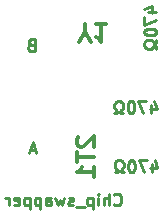
<source format=gbr>
%TF.GenerationSoftware,KiCad,Pcbnew,8.0.4*%
%TF.CreationDate,2024-08-25T11:53:40+01:00*%
%TF.ProjectId,ds_lite_tv_out_chip_swap,64735f6c-6974-4655-9f74-765f6f75745f,rev?*%
%TF.SameCoordinates,Original*%
%TF.FileFunction,Legend,Bot*%
%TF.FilePolarity,Positive*%
%FSLAX46Y46*%
G04 Gerber Fmt 4.6, Leading zero omitted, Abs format (unit mm)*
G04 Created by KiCad (PCBNEW 8.0.4) date 2024-08-25 11:53:40*
%MOMM*%
%LPD*%
G01*
G04 APERTURE LIST*
%ADD10C,0.250000*%
%ADD11C,0.300000*%
G04 APERTURE END LIST*
D10*
X159166003Y-88639380D02*
X159213622Y-88687000D01*
X159213622Y-88687000D02*
X159356479Y-88734619D01*
X159356479Y-88734619D02*
X159451717Y-88734619D01*
X159451717Y-88734619D02*
X159594574Y-88687000D01*
X159594574Y-88687000D02*
X159689812Y-88591761D01*
X159689812Y-88591761D02*
X159737431Y-88496523D01*
X159737431Y-88496523D02*
X159785050Y-88306047D01*
X159785050Y-88306047D02*
X159785050Y-88163190D01*
X159785050Y-88163190D02*
X159737431Y-87972714D01*
X159737431Y-87972714D02*
X159689812Y-87877476D01*
X159689812Y-87877476D02*
X159594574Y-87782238D01*
X159594574Y-87782238D02*
X159451717Y-87734619D01*
X159451717Y-87734619D02*
X159356479Y-87734619D01*
X159356479Y-87734619D02*
X159213622Y-87782238D01*
X159213622Y-87782238D02*
X159166003Y-87829857D01*
X158737431Y-88734619D02*
X158737431Y-87734619D01*
X158308860Y-88734619D02*
X158308860Y-88210809D01*
X158308860Y-88210809D02*
X158356479Y-88115571D01*
X158356479Y-88115571D02*
X158451717Y-88067952D01*
X158451717Y-88067952D02*
X158594574Y-88067952D01*
X158594574Y-88067952D02*
X158689812Y-88115571D01*
X158689812Y-88115571D02*
X158737431Y-88163190D01*
X157832669Y-88734619D02*
X157832669Y-88067952D01*
X157832669Y-87734619D02*
X157880288Y-87782238D01*
X157880288Y-87782238D02*
X157832669Y-87829857D01*
X157832669Y-87829857D02*
X157785050Y-87782238D01*
X157785050Y-87782238D02*
X157832669Y-87734619D01*
X157832669Y-87734619D02*
X157832669Y-87829857D01*
X157356479Y-88067952D02*
X157356479Y-89067952D01*
X157356479Y-88115571D02*
X157261241Y-88067952D01*
X157261241Y-88067952D02*
X157070765Y-88067952D01*
X157070765Y-88067952D02*
X156975527Y-88115571D01*
X156975527Y-88115571D02*
X156927908Y-88163190D01*
X156927908Y-88163190D02*
X156880289Y-88258428D01*
X156880289Y-88258428D02*
X156880289Y-88544142D01*
X156880289Y-88544142D02*
X156927908Y-88639380D01*
X156927908Y-88639380D02*
X156975527Y-88687000D01*
X156975527Y-88687000D02*
X157070765Y-88734619D01*
X157070765Y-88734619D02*
X157261241Y-88734619D01*
X157261241Y-88734619D02*
X157356479Y-88687000D01*
X156689813Y-88829857D02*
X155927908Y-88829857D01*
X155737431Y-88687000D02*
X155642193Y-88734619D01*
X155642193Y-88734619D02*
X155451717Y-88734619D01*
X155451717Y-88734619D02*
X155356479Y-88687000D01*
X155356479Y-88687000D02*
X155308860Y-88591761D01*
X155308860Y-88591761D02*
X155308860Y-88544142D01*
X155308860Y-88544142D02*
X155356479Y-88448904D01*
X155356479Y-88448904D02*
X155451717Y-88401285D01*
X155451717Y-88401285D02*
X155594574Y-88401285D01*
X155594574Y-88401285D02*
X155689812Y-88353666D01*
X155689812Y-88353666D02*
X155737431Y-88258428D01*
X155737431Y-88258428D02*
X155737431Y-88210809D01*
X155737431Y-88210809D02*
X155689812Y-88115571D01*
X155689812Y-88115571D02*
X155594574Y-88067952D01*
X155594574Y-88067952D02*
X155451717Y-88067952D01*
X155451717Y-88067952D02*
X155356479Y-88115571D01*
X154975526Y-88067952D02*
X154785050Y-88734619D01*
X154785050Y-88734619D02*
X154594574Y-88258428D01*
X154594574Y-88258428D02*
X154404098Y-88734619D01*
X154404098Y-88734619D02*
X154213622Y-88067952D01*
X153404098Y-88734619D02*
X153404098Y-88210809D01*
X153404098Y-88210809D02*
X153451717Y-88115571D01*
X153451717Y-88115571D02*
X153546955Y-88067952D01*
X153546955Y-88067952D02*
X153737431Y-88067952D01*
X153737431Y-88067952D02*
X153832669Y-88115571D01*
X153404098Y-88687000D02*
X153499336Y-88734619D01*
X153499336Y-88734619D02*
X153737431Y-88734619D01*
X153737431Y-88734619D02*
X153832669Y-88687000D01*
X153832669Y-88687000D02*
X153880288Y-88591761D01*
X153880288Y-88591761D02*
X153880288Y-88496523D01*
X153880288Y-88496523D02*
X153832669Y-88401285D01*
X153832669Y-88401285D02*
X153737431Y-88353666D01*
X153737431Y-88353666D02*
X153499336Y-88353666D01*
X153499336Y-88353666D02*
X153404098Y-88306047D01*
X152927907Y-88067952D02*
X152927907Y-89067952D01*
X152927907Y-88115571D02*
X152832669Y-88067952D01*
X152832669Y-88067952D02*
X152642193Y-88067952D01*
X152642193Y-88067952D02*
X152546955Y-88115571D01*
X152546955Y-88115571D02*
X152499336Y-88163190D01*
X152499336Y-88163190D02*
X152451717Y-88258428D01*
X152451717Y-88258428D02*
X152451717Y-88544142D01*
X152451717Y-88544142D02*
X152499336Y-88639380D01*
X152499336Y-88639380D02*
X152546955Y-88687000D01*
X152546955Y-88687000D02*
X152642193Y-88734619D01*
X152642193Y-88734619D02*
X152832669Y-88734619D01*
X152832669Y-88734619D02*
X152927907Y-88687000D01*
X152023145Y-88067952D02*
X152023145Y-89067952D01*
X152023145Y-88115571D02*
X151927907Y-88067952D01*
X151927907Y-88067952D02*
X151737431Y-88067952D01*
X151737431Y-88067952D02*
X151642193Y-88115571D01*
X151642193Y-88115571D02*
X151594574Y-88163190D01*
X151594574Y-88163190D02*
X151546955Y-88258428D01*
X151546955Y-88258428D02*
X151546955Y-88544142D01*
X151546955Y-88544142D02*
X151594574Y-88639380D01*
X151594574Y-88639380D02*
X151642193Y-88687000D01*
X151642193Y-88687000D02*
X151737431Y-88734619D01*
X151737431Y-88734619D02*
X151927907Y-88734619D01*
X151927907Y-88734619D02*
X152023145Y-88687000D01*
X150737431Y-88687000D02*
X150832669Y-88734619D01*
X150832669Y-88734619D02*
X151023145Y-88734619D01*
X151023145Y-88734619D02*
X151118383Y-88687000D01*
X151118383Y-88687000D02*
X151166002Y-88591761D01*
X151166002Y-88591761D02*
X151166002Y-88210809D01*
X151166002Y-88210809D02*
X151118383Y-88115571D01*
X151118383Y-88115571D02*
X151023145Y-88067952D01*
X151023145Y-88067952D02*
X150832669Y-88067952D01*
X150832669Y-88067952D02*
X150737431Y-88115571D01*
X150737431Y-88115571D02*
X150689812Y-88210809D01*
X150689812Y-88210809D02*
X150689812Y-88306047D01*
X150689812Y-88306047D02*
X151166002Y-88401285D01*
X150261240Y-88734619D02*
X150261240Y-88067952D01*
X150261240Y-88258428D02*
X150213621Y-88163190D01*
X150213621Y-88163190D02*
X150166002Y-88115571D01*
X150166002Y-88115571D02*
X150070764Y-88067952D01*
X150070764Y-88067952D02*
X149975526Y-88067952D01*
X152134098Y-75130809D02*
X151991241Y-75178428D01*
X151991241Y-75178428D02*
X151943622Y-75226047D01*
X151943622Y-75226047D02*
X151896003Y-75321285D01*
X151896003Y-75321285D02*
X151896003Y-75464142D01*
X151896003Y-75464142D02*
X151943622Y-75559380D01*
X151943622Y-75559380D02*
X151991241Y-75607000D01*
X151991241Y-75607000D02*
X152086479Y-75654619D01*
X152086479Y-75654619D02*
X152467431Y-75654619D01*
X152467431Y-75654619D02*
X152467431Y-74654619D01*
X152467431Y-74654619D02*
X152134098Y-74654619D01*
X152134098Y-74654619D02*
X152038860Y-74702238D01*
X152038860Y-74702238D02*
X151991241Y-74749857D01*
X151991241Y-74749857D02*
X151943622Y-74845095D01*
X151943622Y-74845095D02*
X151943622Y-74940333D01*
X151943622Y-74940333D02*
X151991241Y-75035571D01*
X151991241Y-75035571D02*
X152038860Y-75083190D01*
X152038860Y-75083190D02*
X152134098Y-75130809D01*
X152134098Y-75130809D02*
X152467431Y-75130809D01*
X152515050Y-84038904D02*
X152038860Y-84038904D01*
X152610288Y-84324619D02*
X152276955Y-83324619D01*
X152276955Y-83324619D02*
X151943622Y-84324619D01*
X162087952Y-72341139D02*
X162754619Y-72341139D01*
X161707000Y-72103044D02*
X162421285Y-71864949D01*
X162421285Y-71864949D02*
X162421285Y-72483996D01*
X161754619Y-72769711D02*
X161754619Y-73436377D01*
X161754619Y-73436377D02*
X162754619Y-73007806D01*
X161754619Y-74007806D02*
X161754619Y-74103044D01*
X161754619Y-74103044D02*
X161802238Y-74198282D01*
X161802238Y-74198282D02*
X161849857Y-74245901D01*
X161849857Y-74245901D02*
X161945095Y-74293520D01*
X161945095Y-74293520D02*
X162135571Y-74341139D01*
X162135571Y-74341139D02*
X162373666Y-74341139D01*
X162373666Y-74341139D02*
X162564142Y-74293520D01*
X162564142Y-74293520D02*
X162659380Y-74245901D01*
X162659380Y-74245901D02*
X162707000Y-74198282D01*
X162707000Y-74198282D02*
X162754619Y-74103044D01*
X162754619Y-74103044D02*
X162754619Y-74007806D01*
X162754619Y-74007806D02*
X162707000Y-73912568D01*
X162707000Y-73912568D02*
X162659380Y-73864949D01*
X162659380Y-73864949D02*
X162564142Y-73817330D01*
X162564142Y-73817330D02*
X162373666Y-73769711D01*
X162373666Y-73769711D02*
X162135571Y-73769711D01*
X162135571Y-73769711D02*
X161945095Y-73817330D01*
X161945095Y-73817330D02*
X161849857Y-73864949D01*
X161849857Y-73864949D02*
X161802238Y-73912568D01*
X161802238Y-73912568D02*
X161754619Y-74007806D01*
X162754619Y-74722092D02*
X162754619Y-74960187D01*
X162754619Y-74960187D02*
X162564142Y-74960187D01*
X162564142Y-74960187D02*
X162516523Y-74864949D01*
X162516523Y-74864949D02*
X162421285Y-74769711D01*
X162421285Y-74769711D02*
X162278428Y-74722092D01*
X162278428Y-74722092D02*
X162040333Y-74722092D01*
X162040333Y-74722092D02*
X161897476Y-74769711D01*
X161897476Y-74769711D02*
X161802238Y-74864949D01*
X161802238Y-74864949D02*
X161754619Y-75007806D01*
X161754619Y-75007806D02*
X161754619Y-75198282D01*
X161754619Y-75198282D02*
X161802238Y-75341139D01*
X161802238Y-75341139D02*
X161897476Y-75436377D01*
X161897476Y-75436377D02*
X162040333Y-75483996D01*
X162040333Y-75483996D02*
X162278428Y-75483996D01*
X162278428Y-75483996D02*
X162421285Y-75436377D01*
X162421285Y-75436377D02*
X162516523Y-75341139D01*
X162516523Y-75341139D02*
X162564142Y-75245901D01*
X162564142Y-75245901D02*
X162754619Y-75245901D01*
X162754619Y-75245901D02*
X162754619Y-75483996D01*
X162328860Y-80237952D02*
X162328860Y-80904619D01*
X162566955Y-79857000D02*
X162805050Y-80571285D01*
X162805050Y-80571285D02*
X162186003Y-80571285D01*
X161900288Y-79904619D02*
X161233622Y-79904619D01*
X161233622Y-79904619D02*
X161662193Y-80904619D01*
X160662193Y-79904619D02*
X160566955Y-79904619D01*
X160566955Y-79904619D02*
X160471717Y-79952238D01*
X160471717Y-79952238D02*
X160424098Y-79999857D01*
X160424098Y-79999857D02*
X160376479Y-80095095D01*
X160376479Y-80095095D02*
X160328860Y-80285571D01*
X160328860Y-80285571D02*
X160328860Y-80523666D01*
X160328860Y-80523666D02*
X160376479Y-80714142D01*
X160376479Y-80714142D02*
X160424098Y-80809380D01*
X160424098Y-80809380D02*
X160471717Y-80857000D01*
X160471717Y-80857000D02*
X160566955Y-80904619D01*
X160566955Y-80904619D02*
X160662193Y-80904619D01*
X160662193Y-80904619D02*
X160757431Y-80857000D01*
X160757431Y-80857000D02*
X160805050Y-80809380D01*
X160805050Y-80809380D02*
X160852669Y-80714142D01*
X160852669Y-80714142D02*
X160900288Y-80523666D01*
X160900288Y-80523666D02*
X160900288Y-80285571D01*
X160900288Y-80285571D02*
X160852669Y-80095095D01*
X160852669Y-80095095D02*
X160805050Y-79999857D01*
X160805050Y-79999857D02*
X160757431Y-79952238D01*
X160757431Y-79952238D02*
X160662193Y-79904619D01*
X159947907Y-80904619D02*
X159709812Y-80904619D01*
X159709812Y-80904619D02*
X159709812Y-80714142D01*
X159709812Y-80714142D02*
X159805050Y-80666523D01*
X159805050Y-80666523D02*
X159900288Y-80571285D01*
X159900288Y-80571285D02*
X159947907Y-80428428D01*
X159947907Y-80428428D02*
X159947907Y-80190333D01*
X159947907Y-80190333D02*
X159900288Y-80047476D01*
X159900288Y-80047476D02*
X159805050Y-79952238D01*
X159805050Y-79952238D02*
X159662193Y-79904619D01*
X159662193Y-79904619D02*
X159471717Y-79904619D01*
X159471717Y-79904619D02*
X159328860Y-79952238D01*
X159328860Y-79952238D02*
X159233622Y-80047476D01*
X159233622Y-80047476D02*
X159186003Y-80190333D01*
X159186003Y-80190333D02*
X159186003Y-80428428D01*
X159186003Y-80428428D02*
X159233622Y-80571285D01*
X159233622Y-80571285D02*
X159328860Y-80666523D01*
X159328860Y-80666523D02*
X159424098Y-80714142D01*
X159424098Y-80714142D02*
X159424098Y-80904619D01*
X159424098Y-80904619D02*
X159186003Y-80904619D01*
X162378860Y-85247952D02*
X162378860Y-85914619D01*
X162616955Y-84867000D02*
X162855050Y-85581285D01*
X162855050Y-85581285D02*
X162236003Y-85581285D01*
X161950288Y-84914619D02*
X161283622Y-84914619D01*
X161283622Y-84914619D02*
X161712193Y-85914619D01*
X160712193Y-84914619D02*
X160616955Y-84914619D01*
X160616955Y-84914619D02*
X160521717Y-84962238D01*
X160521717Y-84962238D02*
X160474098Y-85009857D01*
X160474098Y-85009857D02*
X160426479Y-85105095D01*
X160426479Y-85105095D02*
X160378860Y-85295571D01*
X160378860Y-85295571D02*
X160378860Y-85533666D01*
X160378860Y-85533666D02*
X160426479Y-85724142D01*
X160426479Y-85724142D02*
X160474098Y-85819380D01*
X160474098Y-85819380D02*
X160521717Y-85867000D01*
X160521717Y-85867000D02*
X160616955Y-85914619D01*
X160616955Y-85914619D02*
X160712193Y-85914619D01*
X160712193Y-85914619D02*
X160807431Y-85867000D01*
X160807431Y-85867000D02*
X160855050Y-85819380D01*
X160855050Y-85819380D02*
X160902669Y-85724142D01*
X160902669Y-85724142D02*
X160950288Y-85533666D01*
X160950288Y-85533666D02*
X160950288Y-85295571D01*
X160950288Y-85295571D02*
X160902669Y-85105095D01*
X160902669Y-85105095D02*
X160855050Y-85009857D01*
X160855050Y-85009857D02*
X160807431Y-84962238D01*
X160807431Y-84962238D02*
X160712193Y-84914619D01*
X159997907Y-85914619D02*
X159759812Y-85914619D01*
X159759812Y-85914619D02*
X159759812Y-85724142D01*
X159759812Y-85724142D02*
X159855050Y-85676523D01*
X159855050Y-85676523D02*
X159950288Y-85581285D01*
X159950288Y-85581285D02*
X159997907Y-85438428D01*
X159997907Y-85438428D02*
X159997907Y-85200333D01*
X159997907Y-85200333D02*
X159950288Y-85057476D01*
X159950288Y-85057476D02*
X159855050Y-84962238D01*
X159855050Y-84962238D02*
X159712193Y-84914619D01*
X159712193Y-84914619D02*
X159521717Y-84914619D01*
X159521717Y-84914619D02*
X159378860Y-84962238D01*
X159378860Y-84962238D02*
X159283622Y-85057476D01*
X159283622Y-85057476D02*
X159236003Y-85200333D01*
X159236003Y-85200333D02*
X159236003Y-85438428D01*
X159236003Y-85438428D02*
X159283622Y-85581285D01*
X159283622Y-85581285D02*
X159378860Y-85676523D01*
X159378860Y-85676523D02*
X159474098Y-85724142D01*
X159474098Y-85724142D02*
X159474098Y-85914619D01*
X159474098Y-85914619D02*
X159236003Y-85914619D01*
D11*
X156730225Y-74093457D02*
X156730225Y-73379171D01*
X156230225Y-74879171D02*
X156730225Y-74093457D01*
X156730225Y-74093457D02*
X157230225Y-74879171D01*
X158515939Y-73379171D02*
X157658796Y-73379171D01*
X158087367Y-73379171D02*
X158087367Y-74879171D01*
X158087367Y-74879171D02*
X157944510Y-74664885D01*
X157944510Y-74664885D02*
X157801653Y-74522028D01*
X157801653Y-74522028D02*
X157658796Y-74450600D01*
X156163685Y-82923082D02*
X156092257Y-82994510D01*
X156092257Y-82994510D02*
X156020828Y-83137368D01*
X156020828Y-83137368D02*
X156020828Y-83494510D01*
X156020828Y-83494510D02*
X156092257Y-83637368D01*
X156092257Y-83637368D02*
X156163685Y-83708796D01*
X156163685Y-83708796D02*
X156306542Y-83780225D01*
X156306542Y-83780225D02*
X156449400Y-83780225D01*
X156449400Y-83780225D02*
X156663685Y-83708796D01*
X156663685Y-83708796D02*
X157520828Y-82851653D01*
X157520828Y-82851653D02*
X157520828Y-83780225D01*
X156020828Y-84208796D02*
X156020828Y-85065939D01*
X157520828Y-84637367D02*
X156020828Y-84637367D01*
X157520828Y-86351653D02*
X157520828Y-85494510D01*
X157520828Y-85923081D02*
X156020828Y-85923081D01*
X156020828Y-85923081D02*
X156235114Y-85780224D01*
X156235114Y-85780224D02*
X156377971Y-85637367D01*
X156377971Y-85637367D02*
X156449400Y-85494510D01*
M02*

</source>
